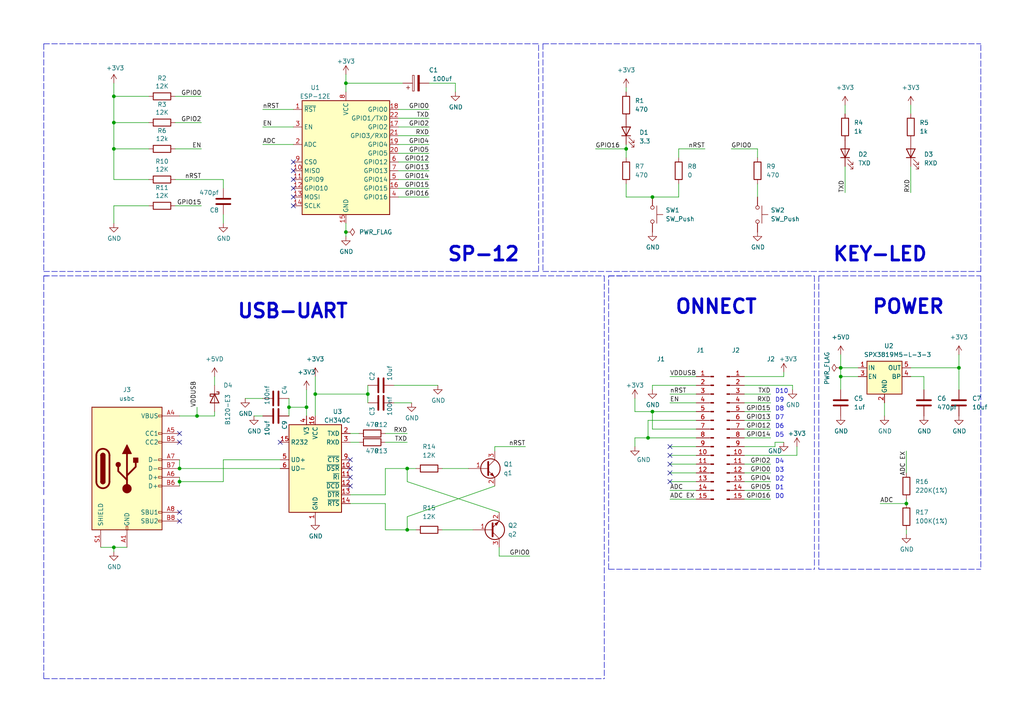
<source format=kicad_sch>
(kicad_sch (version 20211123) (generator eeschema)
  (paper "A4")
  (lib_symbols
    (symbol "Connector:Conn_01x15_Male" (pin_names (offset 1.016) hide)
      (property "Reference" "J" (at 0 20.32 0))
      (property "Value" "Conn_01x15_Male" (at 0 -20.32 0))
      (symbol "Conn_01x15_Male_1_1"
        (polyline (pts (xy 1.27 -17.78) (xy 0.8636 -17.78)) (stroke (width 0.1524)))
        (polyline (pts (xy 1.27 -15.24) (xy 0.8636 -15.24)) (stroke (width 0.1524)))
        (polyline (pts (xy 1.27 -12.7) (xy 0.8636 -12.7)) (stroke (width 0.1524)))
        (polyline (pts (xy 1.27 -10.16) (xy 0.8636 -10.16)) (stroke (width 0.1524)))
        (polyline (pts (xy 1.27 -7.62) (xy 0.8636 -7.62)) (stroke (width 0.1524)))
        (polyline (pts (xy 1.27 -5.08) (xy 0.8636 -5.08)) (stroke (width 0.1524)))
        (polyline (pts (xy 1.27 -2.54) (xy 0.8636 -2.54)) (stroke (width 0.1524)))
        (polyline (pts (xy 1.27 0) (xy 0.8636 0)) (stroke (width 0.1524)))
        (polyline (pts (xy 1.27 2.54) (xy 0.8636 2.54)) (stroke (width 0.1524)))
        (polyline (pts (xy 1.27 5.08) (xy 0.8636 5.08)) (stroke (width 0.1524)))
        (polyline (pts (xy 1.27 7.62) (xy 0.8636 7.62)) (stroke (width 0.1524)))
        (polyline (pts (xy 1.27 10.16) (xy 0.8636 10.16)) (stroke (width 0.1524)))
        (polyline (pts (xy 1.27 12.7) (xy 0.8636 12.7)) (stroke (width 0.1524)))
        (polyline (pts (xy 1.27 15.24) (xy 0.8636 15.24)) (stroke (width 0.1524)))
        (polyline (pts (xy 1.27 17.78) (xy 0.8636 17.78)) (stroke (width 0.1524)))
        (rectangle (start 0.8636 -17.653) (end 0 -17.907) (stroke (width 0.1524)) (fill (type outline)))
        (rectangle (start 0.8636 -15.113) (end 0 -15.367) (stroke (width 0.1524)) (fill (type outline)))
        (rectangle (start 0.8636 -12.573) (end 0 -12.827) (stroke (width 0.1524)) (fill (type outline)))
        (rectangle (start 0.8636 -10.033) (end 0 -10.287) (stroke (width 0.1524)) (fill (type outline)))
        (rectangle (start 0.8636 -7.493) (end 0 -7.747) (stroke (width 0.1524)) (fill (type outline)))
        (rectangle (start 0.8636 -4.953) (end 0 -5.207) (stroke (width 0.1524)) (fill (type outline)))
        (rectangle (start 0.8636 -2.413) (end 0 -2.667) (stroke (width 0.1524)) (fill (type outline)))
        (rectangle (start 0.8636 0.127) (end 0 -0.127) (stroke (width 0.1524)) (fill (type outline)))
        (rectangle (start 0.8636 2.667) (end 0 2.413) (stroke (width 0.1524)) (fill (type outline)))
        (rectangle (start 0.8636 5.207) (end 0 4.953) (stroke (width 0.1524)) (fill (type outline)))
        (rectangle (start 0.8636 7.747) (end 0 7.493) (stroke (width 0.1524)) (fill (type outline)))
        (rectangle (start 0.8636 10.287) (end 0 10.033) (stroke (width 0.1524)) (fill (type outline)))
        (rectangle (start 0.8636 12.827) (end 0 12.573) (stroke (width 0.1524)) (fill (type outline)))
        (rectangle (start 0.8636 15.367) (end 0 15.113) (stroke (width 0.1524)) (fill (type outline)))
        (rectangle (start 0.8636 17.907) (end 0 17.653) (stroke (width 0.1524)) (fill (type outline)))
        (pin passive line (at 5.08 17.78 180) (length 3.81) (name "Pin_1") (number "1"))
        (pin passive line (at 5.08 -5.08 180) (length 3.81) (name "Pin_10") (number "10"))
        (pin passive line (at 5.08 -7.62 180) (length 3.81) (name "Pin_11") (number "11"))
        (pin passive line (at 5.08 -10.16 180) (length 3.81) (name "Pin_12") (number "12"))
        (pin passive line (at 5.08 -12.7 180) (length 3.81) (name "Pin_13") (number "13"))
        (pin passive line (at 5.08 -15.24 180) (length 3.81) (name "Pin_14") (number "14"))
        (pin passive line (at 5.08 -17.78 180) (length 3.81) (name "Pin_15") (number "15"))
        (pin passive line (at 5.08 15.24 180) (length 3.81) (name "Pin_2") (number "2"))
        (pin passive line (at 5.08 12.7 180) (length 3.81) (name "Pin_3") (number "3"))
        (pin passive line (at 5.08 10.16 180) (length 3.81) (name "Pin_4") (number "4"))
        (pin passive line (at 5.08 7.62 180) (length 3.81) (name "Pin_5") (number "5"))
        (pin passive line (at 5.08 5.08 180) (length 3.81) (name "Pin_6") (number "6"))
        (pin passive line (at 5.08 2.54 180) (length 3.81) (name "Pin_7") (number "7"))
        (pin passive line (at 5.08 0 180) (length 3.81) (name "Pin_8") (number "8"))
        (pin passive line (at 5.08 -2.54 180) (length 3.81) (name "Pin_9") (number "9"))
      )
    )
    (symbol "Connector:USB_C_Receptacle_USB2.0" (pin_names (offset 1.016))
      (property "Reference" "J" (at -10.16 19.05 0))
      (property "Value" "USB_C_Receptacle_USB2.0" (at 19.05 19.05 0))
      (symbol "USB_C_Receptacle_USB2.0_0_0"
        (rectangle (start -0.254 -17.78) (end 0.254 -16.764))
        (rectangle (start 10.16 -14.986) (end 9.144 -15.494))
        (rectangle (start 10.16 -12.446) (end 9.144 -12.954))
        (rectangle (start 10.16 -4.826) (end 9.144 -5.334))
        (rectangle (start 10.16 -2.286) (end 9.144 -2.794))
        (rectangle (start 10.16 0.254) (end 9.144 -0.254))
        (rectangle (start 10.16 2.794) (end 9.144 2.286))
        (rectangle (start 10.16 7.874) (end 9.144 7.366))
        (rectangle (start 10.16 10.414) (end 9.144 9.906))
        (rectangle (start 10.16 15.494) (end 9.144 14.986))
      )
      (symbol "USB_C_Receptacle_USB2.0_0_1"
        (rectangle (start -10.16 17.78) (end 10.16 -17.78) (stroke (width 0.254)) (fill (type background)))
        (arc (start -8.89 -3.81) (mid -6.985 -5.715) (end -5.08 -3.81) (stroke (width 0.508)))
        (arc (start -7.62 -3.81) (mid -6.985 -4.445) (end -6.35 -3.81) (stroke (width 0.254)))
        (arc (start -7.62 -3.81) (mid -6.985 -4.445) (end -6.35 -3.81) (stroke (width 0.254)) (fill (type outline)))
        (rectangle (start -7.62 -3.81) (end -6.35 3.81) (stroke (width 0.254)) (fill (type outline)))
        (arc (start -6.35 3.81) (mid -6.985 4.445) (end -7.62 3.81) (stroke (width 0.254)))
        (arc (start -6.35 3.81) (mid -6.985 4.445) (end -7.62 3.81) (stroke (width 0.254)) (fill (type outline)))
        (arc (start -5.08 3.81) (mid -6.985 5.715) (end -8.89 3.81) (stroke (width 0.508)))
        (circle (center -2.54 1.143) (radius 0.635) (stroke (width 0.254)) (fill (type outline)))
        (circle (center 0 -5.842) (radius 1.27) (fill (type outline)))
        (polyline (pts (xy -8.89 -3.81) (xy -8.89 3.81)) (stroke (width 0.508)))
        (polyline (pts (xy -5.08 3.81) (xy -5.08 -3.81)) (stroke (width 0.508)))
        (polyline (pts (xy 0 -5.842) (xy 0 4.318)) (stroke (width 0.508)))
        (polyline (pts (xy 0 -3.302) (xy -2.54 -0.762) (xy -2.54 0.508)) (stroke (width 0.508)))
        (polyline (pts (xy 0 -2.032) (xy 2.54 0.508) (xy 2.54 1.778)) (stroke (width 0.508)))
        (polyline (pts (xy -1.27 4.318) (xy 0 6.858) (xy 1.27 4.318) (xy -1.27 4.318)) (stroke (width 0.254)) (fill (type outline)))
        (rectangle (start 1.905 1.778) (end 3.175 3.048) (stroke (width 0.254)) (fill (type outline)))
      )
      (symbol "USB_C_Receptacle_USB2.0_1_1"
        (pin passive line (at 0 -22.86 90) (length 5.08) (name "GND") (number "A1"))
        (pin passive line (at 0 -22.86 90) (length 5.08) hide (name "GND") (number "A12"))
        (pin passive line (at 15.24 15.24 180) (length 5.08) (name "VBUS") (number "A4"))
        (pin bidirectional line (at 15.24 10.16 180) (length 5.08) (name "CC1") (number "A5"))
        (pin bidirectional line (at 15.24 -2.54 180) (length 5.08) (name "D+") (number "A6"))
        (pin bidirectional line (at 15.24 2.54 180) (length 5.08) (name "D-") (number "A7"))
        (pin bidirectional line (at 15.24 -12.7 180) (length 5.08) (name "SBU1") (number "A8"))
        (pin passive line (at 15.24 15.24 180) (length 5.08) hide (name "VBUS") (number "A9"))
        (pin passive line (at 0 -22.86 90) (length 5.08) hide (name "GND") (number "B1"))
        (pin passive line (at 0 -22.86 90) (length 5.08) hide (name "GND") (number "B12"))
        (pin passive line (at 15.24 15.24 180) (length 5.08) hide (name "VBUS") (number "B4"))
        (pin bidirectional line (at 15.24 7.62 180) (length 5.08) (name "CC2") (number "B5"))
        (pin bidirectional line (at 15.24 -5.08 180) (length 5.08) (name "D+") (number "B6"))
        (pin bidirectional line (at 15.24 0 180) (length 5.08) (name "D-") (number "B7"))
        (pin bidirectional line (at 15.24 -15.24 180) (length 5.08) (name "SBU2") (number "B8"))
        (pin passive line (at 15.24 15.24 180) (length 5.08) hide (name "VBUS") (number "B9"))
        (pin passive line (at -7.62 -22.86 90) (length 5.08) (name "SHIELD") (number "S1"))
      )
    )
    (symbol "Device:C" (pin_numbers hide) (pin_names (offset 0.254))
      (property "Reference" "C" (at 0.635 2.54 0))
      (property "Value" "C" (at 0.635 -2.54 0))
      (symbol "C_0_1"
        (polyline (pts (xy -2.032 -0.762) (xy 2.032 -0.762)) (stroke (width 0.508)))
        (polyline (pts (xy -2.032 0.762) (xy 2.032 0.762)) (stroke (width 0.508)))
      )
      (symbol "C_1_1"
        (pin passive line (at 0 3.81 270) (length 2.794) (name "~") (number "1"))
        (pin passive line (at 0 -3.81 90) (length 2.794) (name "~") (number "2"))
      )
    )
    (symbol "Device:C_Polarized" (pin_numbers hide) (pin_names (offset 0.254))
      (property "Reference" "C" (at 0.635 2.54 0))
      (property "Value" "C_Polarized" (at 0.635 -2.54 0))
      (symbol "C_Polarized_0_1"
        (rectangle (start -2.286 0.508) (end 2.286 1.016))
        (polyline (pts (xy -1.778 2.286) (xy -0.762 2.286)))
        (polyline (pts (xy -1.27 2.794) (xy -1.27 1.778)))
        (rectangle (start 2.286 -0.508) (end -2.286 -1.016) (fill (type outline)))
      )
      (symbol "C_Polarized_1_1"
        (pin passive line (at 0 3.81 270) (length 2.794) (name "~") (number "1"))
        (pin passive line (at 0 -3.81 90) (length 2.794) (name "~") (number "2"))
      )
    )
    (symbol "Device:LED" (pin_numbers hide) (pin_names (offset 1.016) hide)
      (property "Reference" "D" (at 0 2.54 0))
      (property "Value" "LED" (at 0 -2.54 0))
      (symbol "LED_0_1"
        (polyline (pts (xy -1.27 -1.27) (xy -1.27 1.27)) (stroke (width 0.254)))
        (polyline (pts (xy -1.27 0) (xy 1.27 0)))
        (polyline (pts (xy 1.27 -1.27) (xy 1.27 1.27) (xy -1.27 0) (xy 1.27 -1.27)) (stroke (width 0.254)))
        (polyline (pts (xy -3.048 -0.762) (xy -4.572 -2.286) (xy -3.81 -2.286) (xy -4.572 -2.286) (xy -4.572 -1.524)))
        (polyline (pts (xy -1.778 -0.762) (xy -3.302 -2.286) (xy -2.54 -2.286) (xy -3.302 -2.286) (xy -3.302 -1.524)))
      )
      (symbol "LED_1_1"
        (pin passive line (at -3.81 0 0) (length 2.54) (name "K") (number "1"))
        (pin passive line (at 3.81 0 180) (length 2.54) (name "A") (number "2"))
      )
    )
    (symbol "Device:Q_NPN_BEC" (pin_names (offset 0) hide)
      (property "Reference" "Q" (at 5.08 1.27 0))
      (property "Value" "Q_NPN_BEC" (at 5.08 -1.27 0))
      (symbol "Q_NPN_BEC_0_1"
        (polyline (pts (xy 0.635 0.635) (xy 2.54 2.54)))
        (polyline (pts (xy 0.635 -0.635) (xy 2.54 -2.54) (xy 2.54 -2.54)))
        (polyline (pts (xy 0.635 1.905) (xy 0.635 -1.905) (xy 0.635 -1.905)) (stroke (width 0.508)))
        (polyline (pts (xy 1.27 -1.778) (xy 1.778 -1.27) (xy 2.286 -2.286) (xy 1.27 -1.778) (xy 1.27 -1.778)) (fill (type outline)))
        (circle (center 1.27 0) (radius 2.8194) (stroke (width 0.254)))
      )
      (symbol "Q_NPN_BEC_1_1"
        (pin input line (at -5.08 0 0) (length 5.715) (name "B") (number "1"))
        (pin passive line (at 2.54 -5.08 90) (length 2.54) (name "E") (number "2"))
        (pin passive line (at 2.54 5.08 270) (length 2.54) (name "C") (number "3"))
      )
    )
    (symbol "Device:R" (pin_numbers hide) (pin_names (offset 0))
      (property "Reference" "R" (at 2.032 0 90))
      (property "Value" "R" (at 0 0 90))
      (symbol "R_0_1"
        (rectangle (start -1.016 -2.54) (end 1.016 2.54) (stroke (width 0.254)))
      )
      (symbol "R_1_1"
        (pin passive line (at 0 3.81 270) (length 1.27) (name "~") (number "1"))
        (pin passive line (at 0 -3.81 90) (length 1.27) (name "~") (number "2"))
      )
    )
    (symbol "Diode:B120-E3" (pin_numbers hide) (pin_names hide)
      (property "Reference" "D" (at 0 2.54 0))
      (property "Value" "B120-E3" (at 0 -2.54 0))
      (symbol "B120-E3_0_1"
        (polyline (pts (xy 1.27 0) (xy -1.27 0)))
        (polyline (pts (xy 1.27 1.27) (xy 1.27 -1.27) (xy -1.27 0) (xy 1.27 1.27)) (stroke (width 0.254)))
        (polyline (pts (xy -1.905 0.635) (xy -1.905 1.27) (xy -1.27 1.27) (xy -1.27 -1.27) (xy -0.635 -1.27) (xy -0.635 -0.635)) (stroke (width 0.254)))
      )
      (symbol "B120-E3_1_1"
        (pin passive line (at -3.81 0 0) (length 2.54) (name "K") (number "1"))
        (pin passive line (at 3.81 0 180) (length 2.54) (name "A") (number "2"))
      )
    )
    (symbol "Interface_USB:CH340C"
      (property "Reference" "U" (at -5.08 13.97 0))
      (property "Value" "CH340C" (at 1.27 13.97 0))
      (symbol "CH340C_0_1"
        (rectangle (start -7.62 12.7) (end 7.62 -12.7) (stroke (width 0.254)) (fill (type background)))
      )
      (symbol "CH340C_1_1"
        (pin power_in line (at 0 -15.24 90) (length 2.54) (name "GND") (number "1"))
        (pin input line (at 10.16 0 180) (length 2.54) (name "~{DSR}") (number "10"))
        (pin input line (at 10.16 -2.54 180) (length 2.54) (name "~{RI}") (number "11"))
        (pin input line (at 10.16 -5.08 180) (length 2.54) (name "~{DCD}") (number "12"))
        (pin output line (at 10.16 -7.62 180) (length 2.54) (name "~{DTR}") (number "13"))
        (pin output line (at 10.16 -10.16 180) (length 2.54) (name "~{RTS}") (number "14"))
        (pin input line (at -10.16 7.62 0) (length 2.54) (name "R232") (number "15"))
        (pin power_in line (at 0 15.24 270) (length 2.54) (name "VCC") (number "16"))
        (pin output line (at 10.16 10.16 180) (length 2.54) (name "TXD") (number "2"))
        (pin input line (at 10.16 7.62 180) (length 2.54) (name "RXD") (number "3"))
        (pin passive line (at -2.54 15.24 270) (length 2.54) (name "V3") (number "4"))
        (pin bidirectional line (at -10.16 2.54 0) (length 2.54) (name "UD+") (number "5"))
        (pin bidirectional line (at -10.16 0 0) (length 2.54) (name "UD-") (number "6"))
        (pin no_connect line (at -7.62 -7.62 0) (length 2.54) hide (name "NC") (number "7"))
        (pin no_connect line (at -7.62 -10.16 0) (length 2.54) hide (name "NC") (number "8"))
        (pin input line (at 10.16 2.54 180) (length 2.54) (name "~{CTS}") (number "9"))
      )
    )
    (symbol "RF_Module:ESP-12E"
      (property "Reference" "U" (at -12.7 19.05 0))
      (property "Value" "ESP-12E" (at 12.7 19.05 0))
      (symbol "ESP-12E_0_1"
        (rectangle (start -12.7 17.78) (end 12.7 -15.24) (stroke (width 0.254)) (fill (type background)))
      )
      (symbol "ESP-12E_1_1"
        (pin input line (at -15.24 15.24 0) (length 2.54) (name "~{RST}") (number "1"))
        (pin bidirectional line (at -15.24 -2.54 0) (length 2.54) (name "MISO") (number "10"))
        (pin bidirectional line (at -15.24 -5.08 0) (length 2.54) (name "GPIO9") (number "11"))
        (pin bidirectional line (at -15.24 -7.62 0) (length 2.54) (name "GPIO10") (number "12"))
        (pin bidirectional line (at -15.24 -10.16 0) (length 2.54) (name "MOSI") (number "13"))
        (pin bidirectional line (at -15.24 -12.7 0) (length 2.54) (name "SCLK") (number "14"))
        (pin power_in line (at 0 -17.78 90) (length 2.54) (name "GND") (number "15"))
        (pin bidirectional line (at 15.24 -7.62 180) (length 2.54) (name "GPIO15") (number "16"))
        (pin bidirectional line (at 15.24 10.16 180) (length 2.54) (name "GPIO2") (number "17"))
        (pin bidirectional line (at 15.24 15.24 180) (length 2.54) (name "GPIO0") (number "18"))
        (pin bidirectional line (at 15.24 5.08 180) (length 2.54) (name "GPIO4") (number "19"))
        (pin input line (at -15.24 5.08 0) (length 2.54) (name "ADC") (number "2"))
        (pin bidirectional line (at 15.24 2.54 180) (length 2.54) (name "GPIO5") (number "20"))
        (pin bidirectional line (at 15.24 7.62 180) (length 2.54) (name "GPIO3/RXD") (number "21"))
        (pin bidirectional line (at 15.24 12.7 180) (length 2.54) (name "GPIO1/TXD") (number "22"))
        (pin input line (at -15.24 10.16 0) (length 2.54) (name "EN") (number "3"))
        (pin bidirectional line (at 15.24 -10.16 180) (length 2.54) (name "GPIO16") (number "4"))
        (pin bidirectional line (at 15.24 -5.08 180) (length 2.54) (name "GPIO14") (number "5"))
        (pin bidirectional line (at 15.24 0 180) (length 2.54) (name "GPIO12") (number "6"))
        (pin bidirectional line (at 15.24 -2.54 180) (length 2.54) (name "GPIO13") (number "7"))
        (pin power_in line (at 0 20.32 270) (length 2.54) (name "VCC") (number "8"))
        (pin input line (at -15.24 0 0) (length 2.54) (name "CS0") (number "9"))
      )
    )
    (symbol "Regulator_Linear:SPX3819M5-L-3-3" (pin_names (offset 0.254))
      (property "Reference" "U" (at -3.81 5.715 0))
      (property "Value" "SPX3819M5-L-3-3" (at 0 5.715 0))
      (symbol "SPX3819M5-L-3-3_0_1"
        (rectangle (start -5.08 4.445) (end 5.08 -5.08) (stroke (width 0.254)) (fill (type background)))
      )
      (symbol "SPX3819M5-L-3-3_1_1"
        (pin power_in line (at -7.62 2.54 0) (length 2.54) (name "IN") (number "1"))
        (pin power_in line (at 0 -7.62 90) (length 2.54) (name "GND") (number "2"))
        (pin input line (at -7.62 0 0) (length 2.54) (name "EN") (number "3"))
        (pin input line (at 7.62 0 180) (length 2.54) (name "BP") (number "4"))
        (pin power_out line (at 7.62 2.54 180) (length 2.54) (name "OUT") (number "5"))
      )
    )
    (symbol "Switch:SW_Push" (pin_numbers hide) (pin_names (offset 1.016) hide)
      (property "Reference" "SW" (at 1.27 2.54 0))
      (property "Value" "SW_Push" (at 0 -1.524 0))
      (symbol "SW_Push_0_1"
        (circle (center -2.032 0) (radius 0.508))
        (polyline (pts (xy 0 1.27) (xy 0 3.048)))
        (polyline (pts (xy 2.54 1.27) (xy -2.54 1.27)))
        (circle (center 2.032 0) (radius 0.508))
        (pin passive line (at -5.08 0 0) (length 2.54) (name "1") (number "1"))
        (pin passive line (at 5.08 0 180) (length 2.54) (name "2") (number "2"))
      )
    )
    (symbol "power:+3V3" (power) (pin_names (offset 0))
      (property "Value" "+3V3" (at 0 3.556 0))
      (symbol "+3V3_0_1"
        (polyline (pts (xy -0.762 1.27) (xy 0 2.54)))
        (polyline (pts (xy 0 0) (xy 0 2.54)))
        (polyline (pts (xy 0 2.54) (xy 0.762 1.27)))
      )
      (symbol "+3V3_1_1"
        (pin power_in line (at 0 0 90) (length 0) hide (name "+3V3") (number "1"))
      )
    )
    (symbol "power:+5VD" (power) (pin_names (offset 0))
      (property "Value" "+5VD" (at 0 3.556 0))
      (symbol "+5VD_0_1"
        (polyline (pts (xy -0.762 1.27) (xy 0 2.54)))
        (polyline (pts (xy 0 0) (xy 0 2.54)))
        (polyline (pts (xy 0 2.54) (xy 0.762 1.27)))
      )
      (symbol "+5VD_1_1"
        (pin power_in line (at 0 0 90) (length 0) hide (name "+5VD") (number "1"))
      )
    )
    (symbol "power:GND" (power) (pin_names (offset 0))
      (property "Value" "GND" (at 0 -3.81 0))
      (symbol "GND_0_1"
        (polyline (pts (xy 0 0) (xy 0 -1.27) (xy 1.27 -1.27) (xy 0 -2.54) (xy -1.27 -1.27) (xy 0 -1.27)))
      )
      (symbol "GND_1_1"
        (pin power_in line (at 0 0 270) (length 0) hide (name "GND") (number "1"))
      )
    )
    (symbol "power:PWR_FLAG" (power) (pin_numbers hide) (pin_names (offset 0) hide)
      (property "Value" "PWR_FLAG" (at 0 3.81 0))
      (symbol "PWR_FLAG_0_0"
        (pin power_out line (at 0 0 90) (length 0) (name "pwr") (number "1"))
      )
      (symbol "PWR_FLAG_0_1"
        (polyline (pts (xy 0 0) (xy 0 1.27) (xy -1.016 1.905) (xy 0 2.54) (xy 1.016 1.905) (xy 0 1.27)))
      )
    )
  )
  (junction (at 52.07 135.89))
  (junction (at 278.13 106.68))
  (junction (at 181.61 43.18))
  (junction (at 52.07 139.7))
  (junction (at 243.84 106.68))
  (junction (at 88.9 118.11))
  (junction (at 189.23 57.15))
  (junction (at 33.02 35.56))
  (junction (at 83.82 118.11))
  (junction (at 33.02 158.75))
  (junction (at 243.84 109.22))
  (junction (at 262.89 146.05))
  (junction (at 189.23 119.38))
  (junction (at 187.96 127))
  (junction (at 33.02 27.94))
  (junction (at 118.11 153.67))
  (junction (at 100.33 67.31))
  (junction (at 118.11 135.89))
  (junction (at 57.15 120.65))
  (junction (at 33.02 43.18))
  (junction (at 91.44 114.3))
  (junction (at 100.33 24.13))
  (junction (at 106.68 114.3))
  (no_connect (at 85.09 49.53))
  (no_connect (at 85.09 59.69))
  (no_connect (at 52.07 151.13))
  (no_connect (at 52.07 148.59))
  (no_connect (at 85.09 57.15))
  (no_connect (at 85.09 54.61))
  (no_connect (at 85.09 52.07))
  (no_connect (at 81.28 128.27))
  (no_connect (at 101.6 135.89))
  (no_connect (at 101.6 133.35))
  (no_connect (at 101.6 138.43))
  (no_connect (at 101.6 140.97))
  (no_connect (at 85.09 46.99))
  (no_connect (at 52.07 125.73))
  (no_connect (at 52.07 128.27))
  (no_connect (at 194.31 134.62))
  (no_connect (at 194.31 129.54))
  (no_connect (at 194.31 132.08))
  (no_connect (at 194.31 137.16))
  (no_connect (at 194.31 139.7))
  (polyline (pts (xy 237.49 165.1) (xy 284.48 165.1)))
  (wire (pts (xy 243.84 106.68) (xy 248.92 106.68)))
  (wire (pts (xy 181.61 43.18) (xy 181.61 45.72)))
  (wire (pts (xy 262.89 153.67) (xy 262.89 154.94)))
  (wire (pts (xy 194.31 114.3) (xy 201.93 114.3)))
  (wire (pts (xy 118.11 153.67) (xy 120.65 153.67)))
  (wire (pts (xy 111.76 125.73) (xy 118.11 125.73)))
  (wire (pts (xy 91.44 114.3) (xy 106.68 114.3)))
  (wire (pts (xy 85.09 31.75) (xy 76.2 31.75)))
  (wire (pts (xy 243.84 109.22) (xy 248.92 109.22)))
  (wire (pts (xy 57.15 120.65) (xy 52.07 120.65)))
  (wire (pts (xy 115.57 46.99) (xy 124.46 46.99)))
  (wire (pts (xy 245.11 30.48) (xy 245.11 33.02)))
  (wire (pts (xy 187.96 121.92) (xy 187.96 127)))
  (wire (pts (xy 115.57 39.37) (xy 124.46 39.37)))
  (wire (pts (xy 118.11 149.86) (xy 118.11 153.67)))
  (wire (pts (xy 91.44 114.3) (xy 91.44 120.65)))
  (wire (pts (xy 215.9 127) (xy 223.52 127)))
  (polyline (pts (xy 12.7 78.74) (xy 156.21 78.74)))
  (wire (pts (xy 52.07 139.7) (xy 64.77 139.7)))
  (wire (pts (xy 83.82 115.57) (xy 83.82 118.11)))
  (wire (pts (xy 111.76 146.05) (xy 111.76 153.67)))
  (wire (pts (xy 33.02 35.56) (xy 43.18 35.56)))
  (wire (pts (xy 189.23 111.76) (xy 189.23 113.03)))
  (wire (pts (xy 52.07 138.43) (xy 52.07 139.7)))
  (wire (pts (xy 115.57 41.91) (xy 124.46 41.91)))
  (wire (pts (xy 101.6 125.73) (xy 104.14 125.73)))
  (wire (pts (xy 223.52 116.84) (xy 215.9 116.84)))
  (wire (pts (xy 101.6 146.05) (xy 111.76 146.05)))
  (wire (pts (xy 88.9 118.11) (xy 83.82 118.11)))
  (wire (pts (xy 231.14 129.54) (xy 231.14 132.08)))
  (polyline (pts (xy 176.53 80.01) (xy 236.22 80.01)))
  (wire (pts (xy 64.77 139.7) (xy 64.77 133.35)))
  (wire (pts (xy 111.76 143.51) (xy 111.76 135.89)))
  (wire (pts (xy 33.02 160.02) (xy 33.02 158.75)))
  (wire (pts (xy 144.78 158.75) (xy 144.78 161.29)))
  (wire (pts (xy 189.23 119.38) (xy 184.15 119.38)))
  (wire (pts (xy 255.27 146.05) (xy 262.89 146.05)))
  (wire (pts (xy 29.21 158.75) (xy 33.02 158.75)))
  (wire (pts (xy 50.8 52.07) (xy 64.77 52.07)))
  (wire (pts (xy 194.31 137.16) (xy 201.93 137.16)))
  (wire (pts (xy 264.16 106.68) (xy 278.13 106.68)))
  (wire (pts (xy 194.31 132.08) (xy 201.93 132.08)))
  (wire (pts (xy 196.85 57.15) (xy 189.23 57.15)))
  (wire (pts (xy 215.9 144.78) (xy 223.52 144.78)))
  (wire (pts (xy 100.33 24.13) (xy 116.84 24.13)))
  (polyline (pts (xy 236.22 80.01) (xy 236.22 165.1)))
  (wire (pts (xy 33.02 27.94) (xy 43.18 27.94)))
  (wire (pts (xy 118.11 139.7) (xy 144.78 148.59)))
  (wire (pts (xy 194.31 142.24) (xy 201.93 142.24)))
  (wire (pts (xy 64.77 133.35) (xy 81.28 133.35)))
  (wire (pts (xy 115.57 52.07) (xy 124.46 52.07)))
  (wire (pts (xy 181.61 57.15) (xy 189.23 57.15)))
  (wire (pts (xy 88.9 120.65) (xy 88.9 118.11)))
  (polyline (pts (xy 12.7 80.01) (xy 13.97 80.01)))
  (wire (pts (xy 181.61 53.34) (xy 181.61 57.15)))
  (wire (pts (xy 262.89 130.81) (xy 262.89 137.16)))
  (wire (pts (xy 127 111.76) (xy 114.3 111.76)))
  (wire (pts (xy 187.96 127) (xy 184.15 127)))
  (polyline (pts (xy 237.49 80.01) (xy 284.48 80.01)))
  (wire (pts (xy 101.6 143.51) (xy 111.76 143.51)))
  (wire (pts (xy 111.76 135.89) (xy 118.11 135.89)))
  (wire (pts (xy 100.33 21.59) (xy 100.33 24.13)))
  (polyline (pts (xy 175.26 80.01) (xy 175.26 196.85)))
  (wire (pts (xy 189.23 119.38) (xy 201.93 119.38)))
  (wire (pts (xy 223.52 119.38) (xy 215.9 119.38)))
  (wire (pts (xy 115.57 31.75) (xy 124.46 31.75)))
  (wire (pts (xy 119.38 116.84) (xy 114.3 116.84)))
  (wire (pts (xy 143.51 129.54) (xy 152.4 129.54)))
  (wire (pts (xy 264.16 109.22) (xy 267.97 109.22)))
  (wire (pts (xy 50.8 43.18) (xy 58.42 43.18)))
  (wire (pts (xy 181.61 41.91) (xy 181.61 43.18)))
  (wire (pts (xy 194.31 144.78) (xy 201.93 144.78)))
  (wire (pts (xy 62.23 109.22) (xy 62.23 111.76)))
  (wire (pts (xy 100.33 64.77) (xy 100.33 67.31)))
  (polyline (pts (xy 284.48 142.24) (xy 284.48 165.1)))
  (wire (pts (xy 33.02 52.07) (xy 43.18 52.07)))
  (polyline (pts (xy 157.48 78.74) (xy 284.48 78.74)))
  (wire (pts (xy 144.78 161.29) (xy 153.67 161.29)))
  (wire (pts (xy 57.15 118.11) (xy 57.15 120.65)))
  (wire (pts (xy 187.96 127) (xy 201.93 127)))
  (wire (pts (xy 264.16 30.48) (xy 264.16 33.02)))
  (wire (pts (xy 33.02 35.56) (xy 33.02 43.18)))
  (wire (pts (xy 196.85 53.34) (xy 196.85 57.15)))
  (wire (pts (xy 212.09 43.18) (xy 219.71 43.18)))
  (wire (pts (xy 215.9 129.54) (xy 224.79 129.54)))
  (wire (pts (xy 187.96 121.92) (xy 201.93 121.92)))
  (polyline (pts (xy 176.53 165.1) (xy 176.53 80.01)))
  (wire (pts (xy 132.08 24.13) (xy 132.08 26.67)))
  (wire (pts (xy 215.9 109.22) (xy 227.33 109.22)))
  (wire (pts (xy 189.23 111.76) (xy 201.93 111.76)))
  (wire (pts (xy 264.16 48.26) (xy 264.16 55.88)))
  (polyline (pts (xy 176.53 80.01) (xy 181.61 80.01)))
  (wire (pts (xy 118.11 135.89) (xy 120.65 135.89)))
  (wire (pts (xy 215.9 111.76) (xy 229.87 111.76)))
  (wire (pts (xy 118.11 149.86) (xy 143.51 140.97)))
  (wire (pts (xy 219.71 57.15) (xy 219.71 53.34)))
  (wire (pts (xy 85.09 41.91) (xy 76.2 41.91)))
  (wire (pts (xy 245.11 48.26) (xy 245.11 55.88)))
  (wire (pts (xy 52.07 135.89) (xy 81.28 135.89)))
  (wire (pts (xy 115.57 44.45) (xy 124.46 44.45)))
  (wire (pts (xy 243.84 109.22) (xy 243.84 113.03)))
  (wire (pts (xy 219.71 45.72) (xy 219.71 43.18)))
  (wire (pts (xy 52.07 133.35) (xy 52.07 135.89)))
  (wire (pts (xy 115.57 49.53) (xy 124.46 49.53)))
  (wire (pts (xy 106.68 116.84) (xy 106.68 114.3)))
  (polyline (pts (xy 157.48 12.7) (xy 284.48 12.7)))
  (wire (pts (xy 194.31 129.54) (xy 201.93 129.54)))
  (wire (pts (xy 196.85 43.18) (xy 204.47 43.18)))
  (wire (pts (xy 100.33 67.31) (xy 100.33 68.58)))
  (wire (pts (xy 229.87 111.76) (xy 229.87 113.03)))
  (wire (pts (xy 33.02 27.94) (xy 33.02 35.56)))
  (wire (pts (xy 101.6 128.27) (xy 104.14 128.27)))
  (wire (pts (xy 62.23 119.38) (xy 62.23 120.65)))
  (wire (pts (xy 33.02 43.18) (xy 43.18 43.18)))
  (wire (pts (xy 100.33 24.13) (xy 100.33 26.67)))
  (wire (pts (xy 128.27 153.67) (xy 137.16 153.67)))
  (wire (pts (xy 224.79 129.54) (xy 224.79 128.27)))
  (wire (pts (xy 215.9 124.46) (xy 223.52 124.46)))
  (polyline (pts (xy 12.7 12.7) (xy 156.21 12.7)))
  (wire (pts (xy 64.77 52.07) (xy 64.77 54.61)))
  (wire (pts (xy 215.9 121.92) (xy 223.52 121.92)))
  (wire (pts (xy 215.9 137.16) (xy 223.52 137.16)))
  (wire (pts (xy 128.27 135.89) (xy 135.89 135.89)))
  (wire (pts (xy 33.02 158.75) (xy 36.83 158.75)))
  (polyline (pts (xy 12.7 12.7) (xy 12.7 78.74)))
  (wire (pts (xy 33.02 24.13) (xy 33.02 27.94)))
  (wire (pts (xy 215.9 139.7) (xy 223.52 139.7)))
  (wire (pts (xy 256.54 120.65) (xy 256.54 116.84)))
  (polyline (pts (xy 156.21 78.74) (xy 156.21 12.7)))
  (wire (pts (xy 50.8 35.56) (xy 58.42 35.56)))
  (wire (pts (xy 85.09 36.83) (xy 76.2 36.83)))
  (wire (pts (xy 243.84 106.68) (xy 243.84 109.22)))
  (polyline (pts (xy 237.49 80.01) (xy 237.49 165.1)))
  (wire (pts (xy 88.9 113.03) (xy 88.9 118.11)))
  (wire (pts (xy 196.85 45.72) (xy 196.85 43.18)))
  (wire (pts (xy 64.77 62.23) (xy 64.77 64.77)))
  (wire (pts (xy 115.57 36.83) (xy 124.46 36.83)))
  (polyline (pts (xy 12.7 144.78) (xy 12.7 196.85)))
  (wire (pts (xy 111.76 128.27) (xy 118.11 128.27)))
  (wire (pts (xy 262.89 144.78) (xy 262.89 146.05)))
  (wire (pts (xy 181.61 25.4) (xy 181.61 26.67)))
  (wire (pts (xy 62.23 120.65) (xy 57.15 120.65)))
  (wire (pts (xy 184.15 115.57) (xy 184.15 119.38)))
  (wire (pts (xy 50.8 59.69) (xy 58.42 59.69)))
  (wire (pts (xy 194.31 109.22) (xy 201.93 109.22)))
  (wire (pts (xy 278.13 102.87) (xy 278.13 106.68)))
  (wire (pts (xy 143.51 130.81) (xy 143.51 129.54)))
  (polyline (pts (xy 12.7 143.51) (xy 12.7 80.01)))
  (wire (pts (xy 106.68 114.3) (xy 106.68 111.76)))
  (wire (pts (xy 189.23 124.46) (xy 189.23 119.38)))
  (polyline (pts (xy 12.7 196.85) (xy 175.26 196.85)))
  (polyline (pts (xy 284.48 80.01) (xy 284.48 143.51)))
  (wire (pts (xy 115.57 57.15) (xy 124.46 57.15)))
  (wire (pts (xy 111.76 153.67) (xy 118.11 153.67)))
  (wire (pts (xy 194.31 134.62) (xy 201.93 134.62)))
  (wire (pts (xy 83.82 118.11) (xy 83.82 120.65)))
  (wire (pts (xy 172.72 43.18) (xy 181.61 43.18)))
  (wire (pts (xy 224.79 128.27) (xy 227.33 128.27)))
  (wire (pts (xy 52.07 139.7) (xy 52.07 140.97)))
  (wire (pts (xy 278.13 106.68) (xy 278.13 113.03)))
  (wire (pts (xy 50.8 27.94) (xy 58.42 27.94)))
  (wire (pts (xy 243.84 102.87) (xy 243.84 106.68)))
  (wire (pts (xy 91.44 109.22) (xy 91.44 114.3)))
  (wire (pts (xy 194.31 139.7) (xy 201.93 139.7)))
  (wire (pts (xy 189.23 124.46) (xy 201.93 124.46)))
  (wire (pts (xy 73.66 120.65) (xy 76.2 120.65)))
  (wire (pts (xy 215.9 134.62) (xy 223.52 134.62)))
  (polyline (pts (xy 157.48 12.7) (xy 157.48 78.74)))
  (wire (pts (xy 184.15 127) (xy 184.15 129.54)))
  (wire (pts (xy 71.12 115.57) (xy 76.2 115.57)))
  (wire (pts (xy 115.57 54.61) (xy 124.46 54.61)))
  (wire (pts (xy 33.02 43.18) (xy 33.02 52.07)))
  (wire (pts (xy 33.02 59.69) (xy 33.02 64.77)))
  (wire (pts (xy 215.9 142.24) (xy 223.52 142.24)))
  (wire (pts (xy 118.11 135.89) (xy 118.11 139.7)))
  (polyline (pts (xy 284.48 78.74) (xy 284.48 12.7)))
  (polyline (pts (xy 176.53 165.1) (xy 236.22 165.1)))
  (wire (pts (xy 194.31 116.84) (xy 201.93 116.84)))
  (wire (pts (xy 33.02 59.69) (xy 43.18 59.69)))
  (wire (pts (xy 115.57 34.29) (xy 124.46 34.29)))
  (wire (pts (xy 227.33 107.95) (xy 227.33 109.22)))
  (wire (pts (xy 215.9 132.08) (xy 231.14 132.08)))
  (wire (pts (xy 223.52 114.3) (xy 215.9 114.3)))
  (wire (pts (xy 267.97 109.22) (xy 267.97 113.03)))
  (wire (pts (xy 124.46 24.13) (xy 132.08 24.13)))
  (polyline (pts (xy 12.7 80.01) (xy 175.26 80.01)))
  (text "D8" (at 224.79 119.38 0) (effects (font (size 1.27 1.27)) (justify left bottom)))
  (text "SP-12\n" (at 129.54 76.2 0) (effects (font (size 4 4) (thickness 0.8) bold) (justify left bottom)))
  (text "D6\n" (at 224.79 124.46 0) (effects (font (size 1.27 1.27)) (justify left bottom)))
  (text "D3" (at 224.79 137.16 0) (effects (font (size 1.27 1.27)) (justify left bottom)))
  (text "D4" (at 224.79 134.62 0) (effects (font (size 1.27 1.27)) (justify left bottom)))
  (text "D9\n" (at 224.79 116.84 0) (effects (font (size 1.27 1.27)) (justify left bottom)))
  (text "D7\n" (at 224.79 121.92 0) (effects (font (size 1.27 1.27)) (justify left bottom)))
  (text "ONNECT" (at 195.58 91.44 0) (effects (font (size 4 4) (thickness 0.8) bold) (justify left bottom)))
  (text "KEY-LED" (at 241.3 76.2 0) (effects (font (size 4 4) (thickness 0.8) bold) (justify left bottom)))
  (text "USB-UART\n" (at 68.58 92.71 0) (effects (font (size 4 4) (thickness 0.8) bold) (justify left bottom)))
  (text "D1\n" (at 224.79 142.24 0) (effects (font (size 1.27 1.27)) (justify left bottom)))
  (text "D10" (at 224.79 114.3 0) (effects (font (size 1.27 1.27)) (justify left bottom)))
  (text "POWER" (at 252.73 91.44 0) (effects (font (size 4 4) (thickness 0.8) bold) (justify left bottom)))
  (text "D2" (at 224.79 139.7 0) (effects (font (size 1.27 1.27)) (justify left bottom)))
  (text "D5" (at 224.79 127 0) (effects (font (size 1.27 1.27)) (justify left bottom)))
  (text "D0\n" (at 224.79 144.78 0) (effects (font (size 1.27 1.27)) (justify left bottom)))
  (label "GPIO13" (at 124.46 49.53 180))
  (label "GPIO12" (at 223.52 124.46 180))
  (label "GPIO14" (at 223.52 127 180))
  (label "ADC" (at 76.2 41.91 0))
  (label "GPIO15" (at 124.46 54.61 180))
  (label "RXD" (at 118.11 125.73 180))
  (label "nRST" (at 76.2 31.75 0))
  (label "GPIO14" (at 124.46 52.07 180))
  (label "GPIO0" (at 223.52 137.16 180))
  (label "TXD" (at 223.52 114.3 180))
  (label "TXD" (at 124.46 34.29 180))
  (label "GPIO16" (at 172.72 43.18 0))
  (label "GPIO15" (at 58.42 59.69 180))
  (label "VDDUSB" (at 57.15 118.11 90))
  (label "GPIO12" (at 124.46 46.99 180))
  (label "ADC EX" (at 194.31 144.78 0))
  (label "GPIO15" (at 223.52 119.38 180))
  (label "GPIO13" (at 223.52 121.92 180))
  (label "EN" (at 58.42 43.18 180))
  (label "GPIO0" (at 212.09 43.18 0))
  (label "GPIO0" (at 124.46 31.75 180))
  (label "GPIO4" (at 223.52 139.7 180))
  (label "VDDUSB" (at 194.31 109.22 0))
  (label "GPIO16" (at 223.52 144.78 180))
  (label "GPIO5" (at 124.46 44.45 180))
  (label "GPIO5" (at 223.52 142.24 180))
  (label "GPIO2" (at 223.52 134.62 180))
  (label "GPIO4" (at 124.46 41.91 180))
  (label "TXD" (at 245.11 55.88 90))
  (label "nRST" (at 204.47 43.18 180))
  (label "ADC" (at 194.31 142.24 0))
  (label "ADC" (at 255.27 146.05 0))
  (label "nRST" (at 194.31 114.3 0))
  (label "nRST" (at 152.4 129.54 180))
  (label "GPIO2" (at 124.46 36.83 180))
  (label "TXD" (at 118.11 128.27 180))
  (label "GPIO0" (at 58.42 27.94 180))
  (label "EN" (at 194.31 116.84 0))
  (label "RXD" (at 124.46 39.37 180))
  (label "GPIO0" (at 153.67 161.29 180))
  (label "ADC EX" (at 262.89 130.81 270))
  (label "EN" (at 76.2 36.83 0))
  (label "GPIO16" (at 124.46 57.15 180))
  (label "nRST" (at 58.42 52.07 180))
  (label "RXD" (at 264.16 55.88 90))
  (label "GPIO2" (at 58.42 35.56 180))
  (label "RXD" (at 223.52 116.84 180))
  (symbol (lib_id "RF_Module:ESP-12E") (at 100.33 46.99 0) (unit 1)
    (property "Reference" "U1" (at 91.44 25.4 0))
    (property "Value" "ESP-12E" (at 91.44 27.94 0))
    (property "Footprint" "RF_Module:ESP-12E" (effects hide))
    (property "Datasheet" "http://wiki.ai-thinker.com/_media/esp8266/esp8266_series_modules_user_manual_v1.1.pdf" (effects hide))
  )
  (symbol (lib_id "Device:R") (at 46.99 27.94 270) (unit 1)
    (property "Reference" "R2" (at 46.99 22.6822 90))
    (property "Value" "12K" (at 46.99 24.9936 90))
    (property "Footprint" "Resistor_SMD:R_0402_1005Metric" (effects hide))
  )
  (symbol (lib_id "Device:R") (at 46.99 35.56 270) (unit 1)
    (property "Reference" "R3" (at 46.99 30.3022 90))
    (property "Value" "12K" (at 46.99 32.6136 90))
    (property "Footprint" "Resistor_SMD:R_0402_1005Metric" (effects hide))
  )
  (symbol (lib_id "power:+3V3") (at 100.33 21.59 0) (unit 1)
    (property "Reference" "#PWR01" (effects hide))
    (property "Value" "+3V3" (at 100.33 17.78 0))
  )
  (symbol (lib_id "power:+3V3") (at 33.02 24.13 0) (unit 1)
    (property "Reference" "#PWR03" (effects hide))
    (property "Value" "+3V3" (at 33.401 19.7358 0))
  )
  (symbol (lib_id "Device:R") (at 46.99 43.18 270) (unit 1)
    (property "Reference" "R6" (at 46.99 37.9222 90))
    (property "Value" "12k" (at 46.99 40.2336 90))
    (property "Footprint" "Resistor_SMD:R_0402_1005Metric" (effects hide))
  )
  (symbol (lib_id "Device:R") (at 46.99 52.07 270) (unit 1)
    (property "Reference" "R10" (at 46.99 46.8122 90))
    (property "Value" "12K" (at 46.99 49.1236 90))
    (property "Footprint" "Resistor_SMD:R_0402_1005Metric" (effects hide))
  )
  (symbol (lib_id "Device:R") (at 46.99 59.69 270) (unit 1)
    (property "Reference" "R11" (at 46.99 54.4322 90))
    (property "Value" "12K" (at 46.99 56.7436 90))
    (property "Footprint" "Resistor_SMD:R_0402_1005Metric" (effects hide))
  )
  (symbol (lib_id "power:GND") (at 33.02 64.77 0) (unit 1)
    (property "Reference" "#PWR09" (effects hide))
    (property "Value" "GND" (at 33.147 69.1642 0))
  )
  (symbol (lib_id "power:GND") (at 100.33 68.58 0) (unit 1)
    (property "Reference" "#PWR010" (effects hide))
    (property "Value" "GND" (at 100.457 72.9742 0))
  )
  (symbol (lib_id "power:+3V3") (at 278.13 102.87 0) (unit 1)
    (property "Reference" "#PWR017" (effects hide))
    (property "Value" "+3V3" (at 278.13 97.79 0))
  )
  (symbol (lib_id "power:+5VD") (at 62.23 109.22 0) (unit 1)
    (property "Reference" "#PWR011" (effects hide))
    (property "Value" "+5VD" (at 62.23 104.14 0))
  )
  (symbol (lib_id "Switch:SW_Push") (at 219.71 62.23 270) (unit 1)
    (property "Reference" "SW2" (at 223.52 60.9599 90) (effects (justify left)))
    (property "Value" "SW_Push" (at 223.52 63.4999 90) (effects (justify left)))
    (property "Footprint" "Button_Switch_SMD:SW_SPST_FSMSM" (effects hide))
  )
  (symbol (lib_id "Device:C") (at 267.97 116.84 0) (unit 1)
    (property "Reference" "C6" (at 271.78 115.5699 0) (effects (justify left)))
    (property "Value" "470pf" (at 271.78 118.1099 0) (effects (justify left)))
    (property "Footprint" "Capacitor_SMD:C_0402_1005Metric" (effects hide))
  )
  (symbol (lib_id "power:GND") (at 132.08 26.67 0) (unit 1)
    (property "Reference" "#PWR0102" (effects hide))
    (property "Value" "GND" (at 132.207 31.0642 0))
  )
  (symbol (lib_id "Connector:Conn_01x15_Male") (at 210.82 127 0) (unit 1)
    (property "Reference" "J2" (at 214.63 101.6 0) (effects (justify right)))
    (property "Value" "J2" (at 224.79 104.14 0) (effects (justify right)))
    (property "Footprint" "Connector_PinHeader_2.54mm:PinHeader_1x15_P2.54mm_Vertical" (effects hide))
  )
  (symbol (lib_id "power:PWR_FLAG") (at 243.84 106.68 90) (unit 1)
    (property "Reference" "#FLG0101" (effects hide))
    (property "Value" "PWR_FLAG" (at 239.8608 111.6201 0) (effects (justify left)))
  )
  (symbol (lib_id "power:GND") (at 189.23 67.31 0) (unit 1)
    (property "Reference" "#PWR07" (effects hide))
    (property "Value" "GND" (at 189.357 71.7042 0))
  )
  (symbol (lib_id "power:GND") (at 33.02 160.02 0) (unit 1)
    (property "Reference" "#PWR023" (effects hide))
    (property "Value" "GND" (at 33.147 164.4142 0))
  )
  (symbol (lib_id "Interface_USB:CH340C") (at 91.44 135.89 0) (unit 1)
    (property "Reference" "U3" (at 96.52 119.38 0) (effects (justify left)))
    (property "Value" "CH340C" (at 93.98 121.92 0) (effects (justify left)))
    (property "Footprint" "Package_SO:SOIC-16_3.9x9.9mm_P1.27mm" (effects hide))
    (property "Datasheet" "https://datasheet.lcsc.com/szlcsc/Jiangsu-Qin-Heng-CH340C_C84681.pdf" (effects hide))
  )
  (symbol (lib_id "power:GND") (at 229.87 113.03 0) (unit 1)
    (property "Reference" "#PWR026" (effects hide))
    (property "Value" "GND" (at 229.997 117.4242 0))
  )
  (symbol (lib_id "power:+3V3") (at 88.9 113.03 0) (unit 1)
    (property "Reference" "#PWR015" (effects hide))
    (property "Value" "+3V3" (at 88.9 107.95 0))
  )
  (symbol (lib_id "power:GND") (at 91.44 151.13 0) (unit 1)
    (property "Reference" "#PWR022" (effects hide))
    (property "Value" "GND" (at 91.567 155.5242 0))
  )
  (symbol (lib_id "Device:R") (at 262.89 149.86 0) (unit 1)
    (property "Reference" "R17" (at 265.43 148.5899 0) (effects (justify left)))
    (property "Value" "100K(1%)" (at 265.43 151.1299 0) (effects (justify left)))
    (property "Footprint" "Resistor_SMD:R_0402_1005Metric" (effects hide))
  )
  (symbol (lib_id "power:GND") (at 219.71 67.31 0) (unit 1)
    (property "Reference" "#PWR08" (effects hide))
    (property "Value" "GND" (at 219.837 71.7042 0))
  )
  (symbol (lib_id "Device:R") (at 219.71 49.53 0) (unit 1)
    (property "Reference" "R9" (at 222.25 48.2599 0) (effects (justify left)))
    (property "Value" "470" (at 222.25 50.7999 0) (effects (justify left)))
    (property "Footprint" "Resistor_SMD:R_0402_1005Metric" (effects hide))
  )
  (symbol (lib_id "Connector:USB_C_Receptacle_USB2.0") (at 36.83 135.89 0) (unit 1)
    (property "Reference" "J3" (at 36.83 113.03 0))
    (property "Value" "usbc" (at 36.83 115.57 0))
    (property "Footprint" "Connector_USB:USB_C_Receptacle_HRO_TYPE-C-31-M-12" (effects hide))
    (property "Datasheet" "https://www.usb.org/sites/default/files/documents/usb_type-c.zip" (effects hide))
  )
  (symbol (lib_id "power:+3V3") (at 181.61 25.4 0) (unit 1)
    (property "Reference" "#PWR02" (effects hide))
    (property "Value" "+3V3" (at 181.61 20.32 0))
  )
  (symbol (lib_id "power:+5VD") (at 243.84 102.87 0) (unit 1)
    (property "Reference" "#PWR016" (effects hide))
    (property "Value" "+5VD" (at 243.84 97.79 0))
  )
  (symbol (lib_id "Device:R") (at 107.95 128.27 90) (unit 1)
    (property "Reference" "R13" (at 110.49 130.81 90))
    (property "Value" "470" (at 107.95 130.81 90))
    (property "Footprint" "Resistor_SMD:R_0402_1005Metric" (effects hide))
  )
  (symbol (lib_id "Diode:B120-E3") (at 62.23 115.57 270) (unit 1)
    (property "Reference" "D4" (at 64.77 111.76 90) (effects (justify left)))
    (property "Value" "B120-E3" (at 66.04 114.3 0) (effects (justify left)))
    (property "Footprint" "Diode_SMD:D_SMF" (effects hide))
    (property "Datasheet" "http://www.vishay.com/docs/88946/b120.pdf" (effects hide))
  )
  (symbol (lib_id "Device:C") (at 278.13 116.84 0) (unit 1)
    (property "Reference" "C7" (at 281.94 115.5699 0) (effects (justify left)))
    (property "Value" "10uf" (at 281.94 118.1099 0) (effects (justify left)))
    (property "Footprint" "Capacitor_SMD:C_0402_1005Metric" (effects hide))
  )
  (symbol (lib_id "Device:R") (at 262.89 140.97 180) (unit 1)
    (property "Reference" "R16" (at 265.43 139.6999 0) (effects (justify right)))
    (property "Value" "220K(1%)" (at 265.43 142.2399 0) (effects (justify right)))
    (property "Footprint" "Resistor_SMD:R_0402_1005Metric" (effects hide))
  )
  (symbol (lib_id "Device:Q_NPN_BEC") (at 140.97 135.89 0) (unit 1)
    (property "Reference" "Q1" (at 146.05 134.6199 0) (effects (justify left)))
    (property "Value" "q1" (at 146.05 137.1599 0) (effects (justify left)))
    (property "Footprint" "Package_TO_SOT_SMD:SOT-23" (effects hide))
  )
  (symbol (lib_id "Device:R") (at 124.46 135.89 270) (unit 1)
    (property "Reference" "R14" (at 124.46 129.54 90))
    (property "Value" "12K" (at 124.46 132.08 90))
    (property "Footprint" "Resistor_SMD:R_0402_1005Metric" (effects hide))
  )
  (symbol (lib_id "Regulator_Linear:SPX3819M5-L-3-3") (at 256.54 109.22 0) (unit 1)
    (property "Reference" "U2" (at 257.81 100.33 0))
    (property "Value" "SPX3819M5-L-3-3" (at 260.35 102.87 0))
    (property "Footprint" "Package_TO_SOT_SMD:SOT-23-5" (effects hide))
    (property "Datasheet" "https://www.exar.com/content/document.ashx?id=22106&languageid=1033&type=Datasheet&partnumber=SPX3819&filename=SPX3819.pdf&part=SPX3819" (effects hide))
  )
  (symbol (lib_id "power:+3V3") (at 264.16 30.48 0) (unit 1)
    (property "Reference" "#PWR06" (effects hide))
    (property "Value" "+3V3" (at 264.16 25.4 0))
  )
  (symbol (lib_id "Device:C") (at 243.84 116.84 0) (unit 1)
    (property "Reference" "C5" (at 247.65 115.5699 0) (effects (justify left)))
    (property "Value" "1uf" (at 247.65 118.1099 0) (effects (justify left)))
    (property "Footprint" "Capacitor_SMD:C_0402_1005Metric" (effects hide))
  )
  (symbol (lib_id "Device:R") (at 181.61 30.48 0) (unit 1)
    (property "Reference" "R1" (at 184.15 29.2099 0) (effects (justify left)))
    (property "Value" "470" (at 184.15 31.7499 0) (effects (justify left)))
    (property "Footprint" "Resistor_SMD:R_0402_1005Metric" (effects hide))
  )
  (symbol (lib_id "power:GND") (at 184.15 129.54 0) (unit 1)
    (property "Reference" "#PWR028" (effects hide))
    (property "Value" "GND" (at 186.69 133.35 0))
  )
  (symbol (lib_id "Device:LED") (at 245.11 44.45 90) (unit 1)
    (property "Reference" "D2" (at 248.92 44.7674 90) (effects (justify right)))
    (property "Value" "TXD" (at 248.92 47.3074 90) (effects (justify right)))
    (property "Footprint" "LED_SMD:LED_0201_0603Metric" (effects hide))
  )
  (symbol (lib_id "power:+3V3") (at 184.15 115.57 0) (unit 1)
    (property "Reference" "#PWR027" (effects hide))
    (property "Value" "+3V3" (at 184.15 111.76 0))
  )
  (symbol (lib_id "Device:R") (at 196.85 49.53 0) (unit 1)
    (property "Reference" "R8" (at 199.39 48.2599 0) (effects (justify left)))
    (property "Value" "0" (at 199.39 50.7999 0) (effects (justify left)))
    (property "Footprint" "Resistor_SMD:R_0402_1005Metric" (effects hide))
  )
  (symbol (lib_id "Device:C") (at 110.49 111.76 90) (unit 1)
    (property "Reference" "C2" (at 107.95 110.49 0) (effects (justify left)))
    (property "Value" "10uf" (at 113.03 110.49 0) (effects (justify left)))
    (property "Footprint" "Capacitor_SMD:C_0402_1005Metric" (effects hide))
  )
  (symbol (lib_id "Device:C") (at 110.49 116.84 90) (unit 1)
    (property "Reference" "C3" (at 107.95 120.65 0) (effects (justify left)))
    (property "Value" "100nf" (at 113.03 120.65 0) (effects (justify left)))
    (property "Footprint" "Capacitor_SMD:C_0402_1005Metric" (effects hide))
  )
  (symbol (lib_id "Device:R") (at 107.95 125.73 270) (unit 1)
    (property "Reference" "R12" (at 110.49 123.19 90))
    (property "Value" "470" (at 107.95 123.19 90))
    (property "Footprint" "Resistor_SMD:R_0402_1005Metric" (effects hide))
  )
  (symbol (lib_id "power:GND") (at 278.13 120.65 0) (unit 1)
    (property "Reference" "#PWR021" (effects hide))
    (property "Value" "GND" (at 278.257 125.0442 0))
  )
  (symbol (lib_id "power:GND") (at 243.84 120.65 0) (unit 1)
    (property "Reference" "#PWR018" (effects hide))
    (property "Value" "GND" (at 243.967 125.0442 0))
  )
  (symbol (lib_id "power:GND") (at 227.33 128.27 0) (unit 1)
    (property "Reference" "#PWR030" (effects hide))
    (property "Value" "GND" (at 224.79 130.81 0))
  )
  (symbol (lib_id "power:PWR_FLAG") (at 100.33 67.31 270) (unit 1)
    (property "Reference" "#FLG0102" (effects hide))
    (property "Value" "PWR_FLAG" (at 104.14 67.3099 90) (effects (justify left)))
  )
  (symbol (lib_id "Device:LED") (at 181.61 38.1 90) (unit 1)
    (property "Reference" "D1" (at 185.42 38.4174 90) (effects (justify right)))
    (property "Value" "3.3" (at 185.42 40.9574 90) (effects (justify right)))
    (property "Footprint" "LED_SMD:LED_0201_0603Metric" (effects hide))
  )
  (symbol (lib_id "power:GND") (at 119.38 116.84 0) (unit 1)
    (property "Reference" "#PWR014" (effects hide))
    (property "Value" "GND" (at 119.507 121.2342 0))
  )
  (symbol (lib_id "power:GND") (at 73.66 120.65 0) (unit 1)
    (property "Reference" "#PWR033" (effects hide))
    (property "Value" "GND" (at 73.787 125.0442 0))
  )
  (symbol (lib_id "Device:R") (at 124.46 153.67 270) (unit 1)
    (property "Reference" "R15" (at 124.46 147.32 90))
    (property "Value" "12K" (at 124.46 149.86 90))
    (property "Footprint" "Resistor_SMD:R_0402_1005Metric" (effects hide))
  )
  (symbol (lib_id "power:GND") (at 71.12 115.57 0) (unit 1)
    (property "Reference" "#PWR032" (effects hide))
    (property "Value" "GND" (at 71.247 119.9642 0))
  )
  (symbol (lib_id "Device:C_Polarized") (at 120.65 24.13 90) (unit 1)
    (property "Reference" "C1" (at 125.73 20.32 90))
    (property "Value" "100uf" (at 128.27 22.86 90))
    (property "Footprint" "Capacitor_Tantalum_SMD:CP_EIA-7132-28_AVX-C_Pad2.72x3.50mm_HandSolder" (effects hide))
  )
  (symbol (lib_id "power:GND") (at 267.97 120.65 0) (unit 1)
    (property "Reference" "#PWR020" (effects hide))
    (property "Value" "GND" (at 268.097 125.0442 0))
  )
  (symbol (lib_id "power:+3V3") (at 91.44 109.22 0) (unit 1)
    (property "Reference" "#PWR012" (effects hide))
    (property "Value" "+3V3" (at 91.44 104.14 0))
  )
  (symbol (lib_id "Device:R") (at 264.16 36.83 0) (unit 1)
    (property "Reference" "R5" (at 266.7 35.5599 0) (effects (justify left)))
    (property "Value" "1k" (at 266.7 38.0999 0) (effects (justify left)))
    (property "Footprint" "Resistor_SMD:R_0402_1005Metric" (effects hide))
  )
  (symbol (lib_id "power:GND") (at 256.54 120.65 0) (unit 1)
    (property "Reference" "#PWR019" (effects hide))
    (property "Value" "GND" (at 256.667 125.0442 0))
  )
  (symbol (lib_id "Device:C") (at 64.77 58.42 180) (unit 1)
    (property "Reference" "C8" (at 63.5 60.96 0) (effects (justify left)))
    (property "Value" "470pf" (at 63.5 55.88 0) (effects (justify left)))
    (property "Footprint" "Capacitor_SMD:C_0402_1005Metric" (effects hide))
  )
  (symbol (lib_id "Device:R") (at 245.11 36.83 0) (unit 1)
    (property "Reference" "R4" (at 247.65 35.5599 0) (effects (justify left)))
    (property "Value" "1k" (at 247.65 38.0999 0) (effects (justify left)))
    (property "Footprint" "Resistor_SMD:R_0402_1005Metric" (effects hide))
  )
  (symbol (lib_id "Device:R") (at 181.61 49.53 0) (unit 1)
    (property "Reference" "R7" (at 184.15 48.2599 0) (effects (justify left)))
    (property "Value" "470" (at 184.15 50.7999 0) (effects (justify left)))
    (property "Footprint" "Resistor_SMD:R_0402_1005Metric" (effects hide))
  )
  (symbol (lib_id "power:GND") (at 262.89 154.94 0) (unit 1)
    (property "Reference" "#PWR031" (effects hide))
    (property "Value" "GND" (at 263.017 159.3342 0))
  )
  (symbol (lib_id "Switch:SW_Push") (at 189.23 62.23 270) (unit 1)
    (property "Reference" "SW1" (at 193.04 60.9599 90) (effects (justify left)))
    (property "Value" "SW_Push" (at 193.04 63.4999 90) (effects (justify left)))
    (property "Footprint" "Button_Switch_SMD:SW_SPST_FSMSM" (effects hide))
  )
  (symbol (lib_id "power:GND") (at 189.23 113.03 0) (unit 1)
    (property "Reference" "#PWR025" (effects hide))
    (property "Value" "GND" (at 189.357 117.4242 0))
  )
  (symbol (lib_id "Device:C") (at 80.01 120.65 270) (unit 1)
    (property "Reference" "C9" (at 82.55 121.92 0) (effects (justify left)))
    (property "Value" "10uf" (at 77.47 121.92 0) (effects (justify left)))
    (property "Footprint" "Capacitor_SMD:C_0402_1005Metric" (effects hide))
  )
  (symbol (lib_id "power:+3V3") (at 227.33 107.95 0) (unit 1)
    (property "Reference" "#PWR024" (effects hide))
    (property "Value" "+3V3" (at 228.6 104.14 0))
  )
  (symbol (lib_id "power:GND") (at 127 111.76 0) (unit 1)
    (property "Reference" "#PWR013" (effects hide))
    (property "Value" "GND" (at 127.127 116.1542 0))
  )
  (symbol (lib_id "power:GND") (at 64.77 64.77 0) (unit 1)
    (property "Reference" "#PWR04" (effects hide))
    (property "Value" "GND" (at 64.897 69.1642 0))
  )
  (symbol (lib_id "power:+3V3") (at 231.14 129.54 0) (unit 1)
    (property "Reference" "#PWR029" (effects hide))
    (property "Value" "+3V3" (at 231.14 125.73 0))
  )
  (symbol (lib_id "Connector:Conn_01x15_Male") (at 207.01 127 0) (mirror y) (unit 1)
    (property "Reference" "J1" (at 201.93 101.6 0) (effects (justify right)))
    (property "Value" "J1" (at 190.5 104.14 0) (effects (justify right)))
    (property "Footprint" "Connector_PinHeader_2.54mm:PinHeader_1x15_P2.54mm_Vertical" (effects hide))
  )
  (symbol (lib_id "Device:LED") (at 264.16 44.45 90) (unit 1)
    (property "Reference" "D3" (at 267.97 44.7674 90) (effects (justify right)))
    (property "Value" "RXD" (at 267.97 47.3074 90) (effects (justify right)))
    (property "Footprint" "LED_SMD:LED_0201_0603Metric" (effects hide))
  )
  (symbol (lib_id "power:+3V3") (at 245.11 30.48 0) (unit 1)
    (property "Reference" "#PWR05" (effects hide))
    (property "Value" "+3V3" (at 245.11 25.4 0))
  )
  (symbol (lib_id "Device:Q_NPN_BEC") (at 142.24 153.67 0) (mirror x) (unit 1)
    (property "Reference" "Q2" (at 147.32 152.3999 0) (effects (justify left)))
    (property "Value" "q2" (at 147.32 154.9399 0) (effects (justify left)))
    (property "Footprint" "Package_TO_SOT_SMD:SOT-23" (effects hide))
  )
  (symbol (lib_id "Device:C") (at 80.01 115.57 270) (unit 1)
    (property "Reference" "C4" (at 82.55 111.76 0) (effects (justify left)))
    (property "Value" "100nf" (at 77.47 111.76 0) (effects (justify left)))
    (property "Footprint" "Capacitor_SMD:C_0402_1005Metric" (effects hide))
  )
)
</source>
